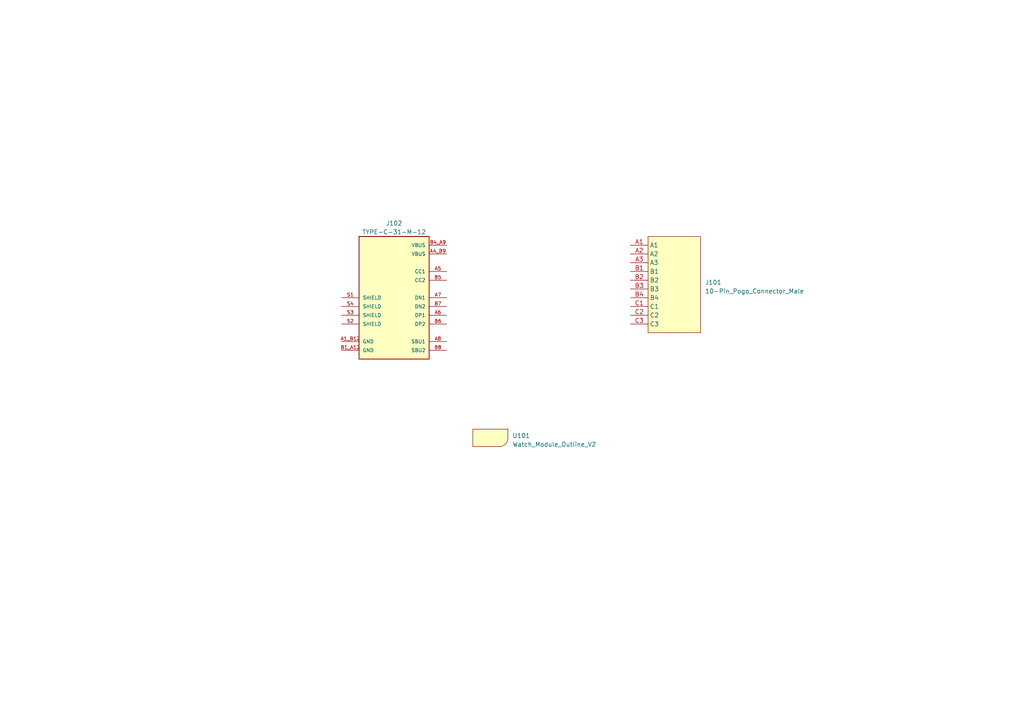
<source format=kicad_sch>
(kicad_sch (version 20230121) (generator eeschema)
  (paper "A4")
  (lib_symbols
    (symbol "TYPE-C-31-M-12:TYPE-C-31-M-12" (pin_names (offset 1.016))
      (property "Reference" "J" (at 0 16.51 0))
      (property "Value" "TYPE-C-31-M-12" (at 0 15.24 0))
      (symbol "TYPE-C-31-M-12_0_0"
        (rectangle (start -10.16 12.7) (end 10.16 -22.86) (stroke (width 0.254)) (fill (type background)))
        (pin power_in line (at 15.24 -17.78 180) (length 5.08) (name "GND") (number "A1_B12"))
        (pin power_in line (at -15.24 7.62 0) (length 5.08) (name "VBUS") (number "A4_B9"))
        (pin bidirectional line (at -15.24 2.54 0) (length 5.08) (name "CC1") (number "A5"))
        (pin bidirectional line (at -15.24 -10.16 0) (length 5.08) (name "DP1") (number "A6"))
        (pin bidirectional line (at -15.24 -5.08 0) (length 5.08) (name "DN1") (number "A7"))
        (pin bidirectional line (at -15.24 -17.78 0) (length 5.08) (name "SBU1") (number "A8"))
        (pin power_in line (at 15.24 -20.32 180) (length 5.08) (name "GND") (number "B1_A12"))
        (pin power_in line (at -15.24 10.16 0) (length 5.08) (name "VBUS") (number "B4_A9"))
        (pin bidirectional line (at -15.24 0 0) (length 5.08) (name "CC2") (number "B5"))
        (pin bidirectional line (at -15.24 -12.7 0) (length 5.08) (name "DP2") (number "B6"))
        (pin bidirectional line (at -15.24 -7.62 0) (length 5.08) (name "DN2") (number "B7"))
        (pin bidirectional line (at -15.24 -20.32 0) (length 5.08) (name "SBU2") (number "B8"))
        (pin passive line (at 15.24 -12.7 180) (length 5.08) (name "SHIELD") (number "S2"))
        (pin passive line (at 15.24 -10.16 180) (length 5.08) (name "SHIELD") (number "S3"))
        (pin passive line (at 15.24 -7.62 180) (length 5.08) (name "SHIELD") (number "S4"))
      )
      (symbol "TYPE-C-31-M-12_1_0"
        (pin passive line (at 15.24 -5.08 180) (length 5.08) (name "SHIELD") (number "S1"))
      )
    )
    (symbol "watch_symbols_lib:10-Pin_Pogo_Connector_Male" (in_bom no)
      (property "Reference" "J" (at 0 17.78 0))
      (property "Value" "10-Pin_Pogo_Connector_Male" (at 0 15.24 0))
      (symbol "10-Pin_Pogo_Connector_Male_0_0"
        (pin passive line (at -12.7 10.16 0) (length 5.08) (name "A1") (number "A1"))
        (pin passive line (at -12.7 7.62 0) (length 5.08) (name "A2") (number "A2"))
        (pin passive line (at -12.7 5.08 0) (length 5.08) (name "A3") (number "A3"))
        (pin passive line (at -12.7 2.54 0) (length 5.08) (name "B1") (number "B1"))
        (pin passive line (at -12.7 0 0) (length 5.08) (name "B2") (number "B2"))
        (pin passive line (at -12.7 -2.54 0) (length 5.08) (name "B3") (number "B3"))
        (pin passive line (at -12.7 -5.08 0) (length 5.08) (name "B4") (number "B4"))
        (pin passive line (at -12.7 -7.62 0) (length 5.08) (name "C1") (number "C1"))
        (pin passive line (at -12.7 -10.16 0) (length 5.08) (name "C2") (number "C2"))
        (pin passive line (at -12.7 -12.7 0) (length 5.08) (name "C3") (number "C3"))
      )
      (symbol "10-Pin_Pogo_Connector_Male_1_1"
        (rectangle (start -7.62 12.7) (end 7.62 -15.24) (fill (type background)))
      )
    )
    (symbol "watch_symbols_lib:Watch_Module_Outline_V2" (in_bom no)
      (property "Reference" "U" (at 0 7.62 0))
      (property "Value" "Watch_Module_Outline_V2" (at 0 5.08 0))
      (symbol "Watch_Module_Outline_V2_0_1"
        (polyline (pts (xy -5.08 2.54) (xy -5.08 -2.54)))
        (polyline (pts (xy -5.08 2.54) (xy 5.08 2.54)))
        (polyline (pts (xy 5.08 2.54) (xy 5.08 0)))
        (polyline (pts (xy -5.08 -2.54) (xy -2.54 -2.54) (xy 2.54 -2.54)))
      )
      (symbol "Watch_Module_Outline_V2_1_1"
        (rectangle (start -5.08 2.54) (end 2.54 -2.54) (stroke (width -0.0001)) (fill (type background)))
        (arc (start 2.54 -2.54) (mid 4.3361 -1.7961) (end 5.08 0))
        (circle (center 2.54 0) (radius 2.54) (stroke (width -0.0001)) (fill (type background)))
        (rectangle (start 2.54 2.54) (end 5.08 0) (stroke (width -0.0001)) (fill (type background)))
      )
    )
  )
  (symbol (lib_id "watch_symbols_lib:10-Pin_Pogo_Connector_Male") (at 195.58 81.28 0) (unit 1) (in_bom no)
    (property "Reference" "J101" (at 204.47 81.915 0) (effects (justify left)))
    (property "Value" "10-Pin_Pogo_Connector_Male" (at 204.47 84.455 0) (effects (justify left)))
    (property "Footprint" "watch_footprints:10-Pin Pogo Connector Male" (effects hide))
  )
  (symbol (lib_id "TYPE-C-31-M-12:TYPE-C-31-M-12") (at 114.3 81.28 0) (mirror y) (unit 1)
    (property "Reference" "J102" (at 114.3 64.77 0))
    (property "Value" "TYPE-C-31-M-12" (at 114.3 67.31 0))
    (property "Footprint" "watch_footprints:TYPE-C-31-M-12" (effects hide))
    (property "PARTREV" "2020.12.08" (effects hide))
    (property "MANUFACTURER" "HRO Electronics Co., Ltd." (effects hide))
    (property "SNAPEDA_PN" "TYPE-C-31-M-12" (effects hide))
    (property "MAXIMUM_PACKAGE_HEIGHT" "3.26 mm" (effects hide))
    (property "STANDARD" "Manufacturer Recommendations" (effects hide))
  )
  (symbol (lib_id "watch_symbols_lib:Watch_Module_Outline_V2") (at 142.24 127 0) (unit 1) (in_bom no)
    (property "Reference" "U101" (at 148.59 126.365 0) (effects (justify left)))
    (property "Value" "Watch_Module_Outline_V2" (at 148.59 128.905 0) (effects (justify left)))
    (property "Footprint" "watch_footprints:Watch Module Outline V2" (effects hide))
  )
)
</source>
